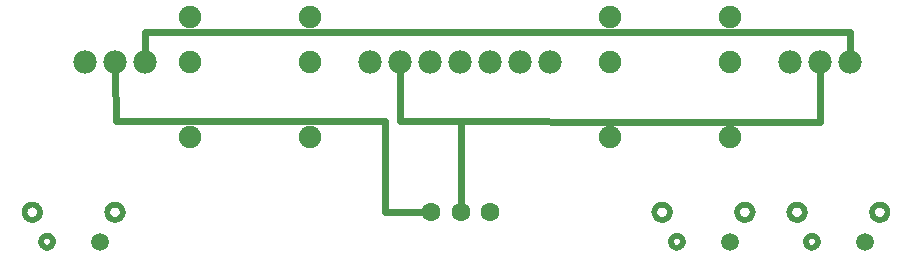
<source format=gbl>
G04 MADE WITH FRITZING*
G04 WWW.FRITZING.ORG*
G04 DOUBLE SIDED*
G04 HOLES PLATED*
G04 CONTOUR ON CENTER OF CONTOUR VECTOR*
%ASAXBY*%
%FSLAX23Y23*%
%MOIN*%
%OFA0B0*%
%SFA1.0B1.0*%
%ADD10C,0.062992*%
%ADD11C,0.075000*%
%ADD12C,0.078000*%
%ADD13C,0.059055*%
%ADD14C,0.024000*%
%ADD15R,0.001000X0.001000*%
%LNCOPPER0*%
G90*
G70*
G54D10*
X1671Y184D03*
X1474Y184D03*
X1572Y184D03*
G54D11*
X2071Y834D03*
X2471Y834D03*
G54D12*
X2871Y684D03*
X2771Y684D03*
X2671Y684D03*
X521Y684D03*
X421Y684D03*
X321Y684D03*
X1871Y684D03*
X1771Y684D03*
X1671Y684D03*
X1571Y684D03*
X1471Y684D03*
X1371Y684D03*
X1271Y684D03*
G54D11*
X671Y684D03*
X1071Y684D03*
X671Y834D03*
X1071Y834D03*
X671Y434D03*
X1071Y434D03*
X2071Y434D03*
X2471Y434D03*
X2071Y684D03*
X2471Y684D03*
G54D13*
X371Y84D03*
X2471Y84D03*
X2921Y84D03*
G54D14*
X520Y784D02*
X520Y715D01*
D02*
X2871Y784D02*
X520Y784D01*
D02*
X2871Y715D02*
X2871Y784D01*
D02*
X1572Y486D02*
X2170Y484D01*
D02*
X2170Y484D02*
X2621Y484D01*
D02*
X2770Y484D02*
X2770Y654D01*
D02*
X2621Y484D02*
X2770Y484D01*
D02*
X422Y486D02*
X869Y486D01*
D02*
X1321Y486D02*
X1321Y184D01*
D02*
X869Y486D02*
X1321Y486D01*
D02*
X1321Y184D02*
X1451Y184D01*
D02*
X421Y654D02*
X422Y486D01*
D02*
X1371Y486D02*
X1572Y486D01*
D02*
X1371Y654D02*
X1371Y486D01*
D02*
X1572Y486D02*
X1572Y207D01*
G54D15*
X137Y218D02*
X150Y218D01*
X413Y218D02*
X425Y218D01*
X2237Y218D02*
X2249Y218D01*
X2513Y218D02*
X2525Y218D01*
X2687Y218D02*
X2699Y218D01*
X2962Y218D02*
X2975Y218D01*
X134Y217D02*
X154Y217D01*
X409Y217D02*
X429Y217D01*
X2233Y217D02*
X2253Y217D01*
X2509Y217D02*
X2529Y217D01*
X2683Y217D02*
X2703Y217D01*
X2959Y217D02*
X2979Y217D01*
X131Y216D02*
X156Y216D01*
X406Y216D02*
X432Y216D01*
X2231Y216D02*
X2256Y216D01*
X2506Y216D02*
X2531Y216D01*
X2680Y216D02*
X2706Y216D01*
X2956Y216D02*
X2981Y216D01*
X129Y215D02*
X158Y215D01*
X404Y215D02*
X434Y215D01*
X2228Y215D02*
X2258Y215D01*
X2504Y215D02*
X2534Y215D01*
X2678Y215D02*
X2708Y215D01*
X2954Y215D02*
X2984Y215D01*
X127Y214D02*
X160Y214D01*
X402Y214D02*
X436Y214D01*
X2226Y214D02*
X2260Y214D01*
X2502Y214D02*
X2536Y214D01*
X2676Y214D02*
X2710Y214D01*
X2952Y214D02*
X2986Y214D01*
X125Y213D02*
X162Y213D01*
X401Y213D02*
X438Y213D01*
X2225Y213D02*
X2262Y213D01*
X2500Y213D02*
X2537Y213D01*
X2675Y213D02*
X2712Y213D01*
X2950Y213D02*
X2987Y213D01*
X123Y212D02*
X164Y212D01*
X399Y212D02*
X439Y212D01*
X2223Y212D02*
X2263Y212D01*
X2499Y212D02*
X2539Y212D01*
X2673Y212D02*
X2713Y212D01*
X2949Y212D02*
X2989Y212D01*
X122Y211D02*
X165Y211D01*
X398Y211D02*
X441Y211D01*
X2222Y211D02*
X2265Y211D01*
X2497Y211D02*
X2540Y211D01*
X2672Y211D02*
X2715Y211D01*
X2947Y211D02*
X2990Y211D01*
X121Y210D02*
X166Y210D01*
X396Y210D02*
X442Y210D01*
X2220Y210D02*
X2266Y210D01*
X2496Y210D02*
X2541Y210D01*
X2670Y210D02*
X2716Y210D01*
X2946Y210D02*
X2991Y210D01*
X120Y209D02*
X167Y209D01*
X395Y209D02*
X443Y209D01*
X2219Y209D02*
X2267Y209D01*
X2495Y209D02*
X2543Y209D01*
X2669Y209D02*
X2717Y209D01*
X2945Y209D02*
X2992Y209D01*
X119Y208D02*
X168Y208D01*
X394Y208D02*
X444Y208D01*
X2218Y208D02*
X2268Y208D01*
X2494Y208D02*
X2544Y208D01*
X2668Y208D02*
X2718Y208D01*
X2944Y208D02*
X2994Y208D01*
X118Y207D02*
X169Y207D01*
X393Y207D02*
X445Y207D01*
X2217Y207D02*
X2269Y207D01*
X2493Y207D02*
X2545Y207D01*
X2667Y207D02*
X2719Y207D01*
X2943Y207D02*
X2994Y207D01*
X117Y206D02*
X170Y206D01*
X392Y206D02*
X446Y206D01*
X2217Y206D02*
X2270Y206D01*
X2492Y206D02*
X2545Y206D01*
X2666Y206D02*
X2720Y206D01*
X2942Y206D02*
X2995Y206D01*
X116Y205D02*
X171Y205D01*
X392Y205D02*
X447Y205D01*
X2216Y205D02*
X2271Y205D01*
X2491Y205D02*
X2546Y205D01*
X2666Y205D02*
X2720Y205D01*
X2941Y205D02*
X2996Y205D01*
X115Y204D02*
X172Y204D01*
X391Y204D02*
X447Y204D01*
X2215Y204D02*
X2271Y204D01*
X2491Y204D02*
X2547Y204D01*
X2665Y204D02*
X2721Y204D01*
X2941Y204D02*
X2997Y204D01*
X115Y203D02*
X172Y203D01*
X390Y203D02*
X448Y203D01*
X2214Y203D02*
X2272Y203D01*
X2490Y203D02*
X2548Y203D01*
X2664Y203D02*
X2722Y203D01*
X2940Y203D02*
X2997Y203D01*
X114Y202D02*
X173Y202D01*
X390Y202D02*
X449Y202D01*
X2214Y202D02*
X2273Y202D01*
X2489Y202D02*
X2548Y202D01*
X2664Y202D02*
X2723Y202D01*
X2939Y202D02*
X2998Y202D01*
X114Y201D02*
X174Y201D01*
X389Y201D02*
X449Y201D01*
X2213Y201D02*
X2273Y201D01*
X2489Y201D02*
X2549Y201D01*
X2663Y201D02*
X2723Y201D01*
X2939Y201D02*
X2999Y201D01*
X113Y200D02*
X174Y200D01*
X389Y200D02*
X450Y200D01*
X2213Y200D02*
X2274Y200D01*
X2488Y200D02*
X2549Y200D01*
X2663Y200D02*
X2724Y200D01*
X2938Y200D02*
X2999Y200D01*
X113Y199D02*
X142Y199D01*
X145Y199D02*
X175Y199D01*
X388Y199D02*
X418Y199D01*
X420Y199D02*
X450Y199D01*
X2212Y199D02*
X2242Y199D01*
X2244Y199D02*
X2274Y199D01*
X2488Y199D02*
X2518Y199D01*
X2520Y199D02*
X2550Y199D01*
X2662Y199D02*
X2692Y199D01*
X2694Y199D02*
X2724Y199D01*
X2938Y199D02*
X2968Y199D01*
X2970Y199D02*
X3000Y199D01*
X112Y198D02*
X137Y198D01*
X150Y198D02*
X175Y198D01*
X388Y198D02*
X413Y198D01*
X426Y198D02*
X451Y198D01*
X2212Y198D02*
X2237Y198D01*
X2250Y198D02*
X2275Y198D01*
X2487Y198D02*
X2512Y198D01*
X2525Y198D02*
X2550Y198D01*
X2662Y198D02*
X2687Y198D01*
X2700Y198D02*
X2725Y198D01*
X2937Y198D02*
X2962Y198D01*
X2975Y198D02*
X3000Y198D01*
X112Y197D02*
X135Y197D01*
X152Y197D02*
X176Y197D01*
X387Y197D02*
X411Y197D01*
X428Y197D02*
X451Y197D01*
X2211Y197D02*
X2235Y197D01*
X2252Y197D02*
X2275Y197D01*
X2487Y197D02*
X2510Y197D01*
X2527Y197D02*
X2551Y197D01*
X2661Y197D02*
X2685Y197D01*
X2702Y197D02*
X2725Y197D01*
X2937Y197D02*
X2960Y197D01*
X2977Y197D02*
X3001Y197D01*
X111Y196D02*
X134Y196D01*
X153Y196D02*
X176Y196D01*
X387Y196D02*
X409Y196D01*
X429Y196D02*
X451Y196D01*
X2211Y196D02*
X2233Y196D01*
X2253Y196D02*
X2276Y196D01*
X2486Y196D02*
X2509Y196D01*
X2529Y196D02*
X2551Y196D01*
X2661Y196D02*
X2683Y196D01*
X2703Y196D02*
X2725Y196D01*
X2936Y196D02*
X2959Y196D01*
X2978Y196D02*
X3001Y196D01*
X111Y195D02*
X133Y195D01*
X155Y195D02*
X176Y195D01*
X386Y195D02*
X408Y195D01*
X430Y195D02*
X452Y195D01*
X2210Y195D02*
X2232Y195D01*
X2254Y195D02*
X2276Y195D01*
X2486Y195D02*
X2508Y195D01*
X2530Y195D02*
X2551Y195D01*
X2660Y195D02*
X2682Y195D01*
X2704Y195D02*
X2726Y195D01*
X2936Y195D02*
X2958Y195D01*
X2980Y195D02*
X3001Y195D01*
X110Y194D02*
X132Y194D01*
X156Y194D02*
X177Y194D01*
X386Y194D02*
X407Y194D01*
X431Y194D02*
X452Y194D01*
X2210Y194D02*
X2231Y194D01*
X2255Y194D02*
X2276Y194D01*
X2486Y194D02*
X2507Y194D01*
X2531Y194D02*
X2552Y194D01*
X2660Y194D02*
X2681Y194D01*
X2705Y194D02*
X2726Y194D01*
X2936Y194D02*
X2957Y194D01*
X2981Y194D02*
X3002Y194D01*
X110Y193D02*
X131Y193D01*
X156Y193D02*
X177Y193D01*
X386Y193D02*
X406Y193D01*
X432Y193D02*
X453Y193D01*
X2210Y193D02*
X2230Y193D01*
X2256Y193D02*
X2277Y193D01*
X2485Y193D02*
X2506Y193D01*
X2532Y193D02*
X2552Y193D01*
X2660Y193D02*
X2680Y193D01*
X2706Y193D02*
X2726Y193D01*
X2935Y193D02*
X2956Y193D01*
X2982Y193D02*
X3002Y193D01*
X110Y192D02*
X130Y192D01*
X157Y192D02*
X177Y192D01*
X385Y192D02*
X405Y192D01*
X433Y192D02*
X453Y192D01*
X2210Y192D02*
X2229Y192D01*
X2257Y192D02*
X2277Y192D01*
X2485Y192D02*
X2505Y192D01*
X2532Y192D02*
X2552Y192D01*
X2659Y192D02*
X2679Y192D01*
X2707Y192D02*
X2727Y192D01*
X2935Y192D02*
X2955Y192D01*
X2982Y192D02*
X3002Y192D01*
X110Y191D02*
X129Y191D01*
X158Y191D02*
X178Y191D01*
X385Y191D02*
X405Y191D01*
X433Y191D02*
X453Y191D01*
X2209Y191D02*
X2229Y191D01*
X2258Y191D02*
X2277Y191D01*
X2485Y191D02*
X2504Y191D01*
X2533Y191D02*
X2553Y191D01*
X2659Y191D02*
X2679Y191D01*
X2707Y191D02*
X2727Y191D01*
X2935Y191D02*
X2954Y191D01*
X2983Y191D02*
X3003Y191D01*
X109Y190D02*
X129Y190D01*
X158Y190D02*
X178Y190D01*
X385Y190D02*
X404Y190D01*
X434Y190D02*
X453Y190D01*
X2209Y190D02*
X2228Y190D01*
X2258Y190D02*
X2277Y190D01*
X2485Y190D02*
X2504Y190D01*
X2534Y190D02*
X2553Y190D01*
X2659Y190D02*
X2678Y190D01*
X2708Y190D02*
X2727Y190D01*
X2934Y190D02*
X2954Y190D01*
X2984Y190D02*
X3003Y190D01*
X109Y189D02*
X128Y189D01*
X159Y189D02*
X178Y189D01*
X385Y189D02*
X404Y189D01*
X434Y189D02*
X453Y189D01*
X2209Y189D02*
X2228Y189D01*
X2259Y189D02*
X2278Y189D01*
X2484Y189D02*
X2503Y189D01*
X2534Y189D02*
X2553Y189D01*
X2659Y189D02*
X2678Y189D01*
X2708Y189D02*
X2727Y189D01*
X2934Y189D02*
X2953Y189D01*
X2984Y189D02*
X3003Y189D01*
X109Y188D02*
X128Y188D01*
X159Y188D02*
X178Y188D01*
X385Y188D02*
X404Y188D01*
X435Y188D02*
X454Y188D01*
X2209Y188D02*
X2228Y188D01*
X2259Y188D02*
X2278Y188D01*
X2484Y188D02*
X2503Y188D01*
X2534Y188D02*
X2553Y188D01*
X2659Y188D02*
X2678Y188D01*
X2709Y188D02*
X2728Y188D01*
X2934Y188D02*
X2953Y188D01*
X2984Y188D02*
X3003Y188D01*
X109Y187D02*
X128Y187D01*
X159Y187D02*
X178Y187D01*
X384Y187D02*
X403Y187D01*
X435Y187D02*
X454Y187D01*
X2209Y187D02*
X2227Y187D01*
X2259Y187D02*
X2278Y187D01*
X2484Y187D02*
X2503Y187D01*
X2535Y187D02*
X2553Y187D01*
X2658Y187D02*
X2677Y187D01*
X2709Y187D02*
X2728Y187D01*
X2934Y187D02*
X2953Y187D01*
X2985Y187D02*
X3003Y187D01*
X109Y186D02*
X128Y186D01*
X160Y186D02*
X178Y186D01*
X384Y186D02*
X403Y186D01*
X435Y186D02*
X454Y186D01*
X2208Y186D02*
X2227Y186D01*
X2259Y186D02*
X2278Y186D01*
X2484Y186D02*
X2503Y186D01*
X2535Y186D02*
X2554Y186D01*
X2658Y186D02*
X2677Y186D01*
X2709Y186D02*
X2728Y186D01*
X2934Y186D02*
X2953Y186D01*
X2985Y186D02*
X3003Y186D01*
X109Y185D02*
X127Y185D01*
X160Y185D02*
X178Y185D01*
X384Y185D02*
X403Y185D01*
X435Y185D02*
X454Y185D01*
X2208Y185D02*
X2227Y185D01*
X2259Y185D02*
X2278Y185D01*
X2484Y185D02*
X2503Y185D01*
X2535Y185D02*
X2554Y185D01*
X2658Y185D02*
X2677Y185D01*
X2709Y185D02*
X2728Y185D01*
X2934Y185D02*
X2953Y185D01*
X2985Y185D02*
X3003Y185D01*
X109Y184D02*
X127Y184D01*
X160Y184D02*
X178Y184D01*
X384Y184D02*
X403Y184D01*
X435Y184D02*
X454Y184D01*
X2208Y184D02*
X2227Y184D01*
X2259Y184D02*
X2278Y184D01*
X2484Y184D02*
X2503Y184D01*
X2535Y184D02*
X2554Y184D01*
X2658Y184D02*
X2677Y184D01*
X2709Y184D02*
X2728Y184D01*
X2934Y184D02*
X2952Y184D01*
X2985Y184D02*
X3004Y184D01*
X109Y183D02*
X127Y183D01*
X160Y183D02*
X178Y183D01*
X384Y183D02*
X403Y183D01*
X435Y183D02*
X454Y183D01*
X2208Y183D02*
X2227Y183D01*
X2259Y183D02*
X2278Y183D01*
X2484Y183D02*
X2503Y183D01*
X2535Y183D02*
X2554Y183D01*
X2658Y183D02*
X2677Y183D01*
X2709Y183D02*
X2728Y183D01*
X2934Y183D02*
X2952Y183D01*
X2985Y183D02*
X3004Y183D01*
X109Y182D02*
X127Y182D01*
X160Y182D02*
X178Y182D01*
X384Y182D02*
X403Y182D01*
X435Y182D02*
X454Y182D01*
X2208Y182D02*
X2227Y182D01*
X2259Y182D02*
X2278Y182D01*
X2484Y182D02*
X2503Y182D01*
X2535Y182D02*
X2554Y182D01*
X2658Y182D02*
X2677Y182D01*
X2709Y182D02*
X2728Y182D01*
X2934Y182D02*
X2953Y182D01*
X2985Y182D02*
X3003Y182D01*
X109Y181D02*
X128Y181D01*
X160Y181D02*
X178Y181D01*
X384Y181D02*
X403Y181D01*
X435Y181D02*
X454Y181D01*
X2208Y181D02*
X2227Y181D01*
X2259Y181D02*
X2278Y181D01*
X2484Y181D02*
X2503Y181D01*
X2535Y181D02*
X2554Y181D01*
X2658Y181D02*
X2677Y181D01*
X2709Y181D02*
X2728Y181D01*
X2934Y181D02*
X2953Y181D01*
X2985Y181D02*
X3003Y181D01*
X109Y180D02*
X128Y180D01*
X160Y180D02*
X178Y180D01*
X384Y180D02*
X403Y180D01*
X435Y180D02*
X454Y180D01*
X2208Y180D02*
X2227Y180D01*
X2259Y180D02*
X2278Y180D01*
X2484Y180D02*
X2503Y180D01*
X2535Y180D02*
X2553Y180D01*
X2658Y180D02*
X2677Y180D01*
X2709Y180D02*
X2728Y180D01*
X2934Y180D02*
X2953Y180D01*
X2985Y180D02*
X3003Y180D01*
X109Y179D02*
X128Y179D01*
X159Y179D02*
X178Y179D01*
X385Y179D02*
X403Y179D01*
X435Y179D02*
X454Y179D01*
X2209Y179D02*
X2227Y179D01*
X2259Y179D02*
X2278Y179D01*
X2484Y179D02*
X2503Y179D01*
X2534Y179D02*
X2553Y179D01*
X2659Y179D02*
X2677Y179D01*
X2709Y179D02*
X2728Y179D01*
X2934Y179D02*
X2953Y179D01*
X2984Y179D02*
X3003Y179D01*
X109Y178D02*
X128Y178D01*
X159Y178D02*
X178Y178D01*
X385Y178D02*
X404Y178D01*
X435Y178D02*
X454Y178D01*
X2209Y178D02*
X2228Y178D01*
X2259Y178D02*
X2278Y178D01*
X2484Y178D02*
X2503Y178D01*
X2534Y178D02*
X2553Y178D01*
X2659Y178D02*
X2678Y178D01*
X2709Y178D02*
X2728Y178D01*
X2934Y178D02*
X2953Y178D01*
X2984Y178D02*
X3003Y178D01*
X109Y177D02*
X129Y177D01*
X159Y177D02*
X178Y177D01*
X385Y177D02*
X404Y177D01*
X434Y177D02*
X453Y177D01*
X2209Y177D02*
X2228Y177D01*
X2258Y177D02*
X2277Y177D01*
X2484Y177D02*
X2504Y177D01*
X2534Y177D02*
X2553Y177D01*
X2659Y177D02*
X2678Y177D01*
X2708Y177D02*
X2727Y177D01*
X2934Y177D02*
X2954Y177D01*
X2984Y177D02*
X3003Y177D01*
X110Y176D02*
X129Y176D01*
X158Y176D02*
X178Y176D01*
X385Y176D02*
X405Y176D01*
X434Y176D02*
X453Y176D01*
X2209Y176D02*
X2229Y176D01*
X2258Y176D02*
X2277Y176D01*
X2485Y176D02*
X2504Y176D01*
X2533Y176D02*
X2553Y176D01*
X2659Y176D02*
X2679Y176D01*
X2708Y176D02*
X2727Y176D01*
X2935Y176D02*
X2954Y176D01*
X2983Y176D02*
X3003Y176D01*
X110Y175D02*
X130Y175D01*
X158Y175D02*
X177Y175D01*
X385Y175D02*
X405Y175D01*
X433Y175D02*
X453Y175D01*
X2209Y175D02*
X2229Y175D01*
X2257Y175D02*
X2277Y175D01*
X2485Y175D02*
X2505Y175D01*
X2533Y175D02*
X2552Y175D01*
X2659Y175D02*
X2679Y175D01*
X2707Y175D02*
X2727Y175D01*
X2935Y175D02*
X2955Y175D01*
X2983Y175D02*
X3002Y175D01*
X110Y174D02*
X130Y174D01*
X157Y174D02*
X177Y174D01*
X386Y174D02*
X406Y174D01*
X432Y174D02*
X453Y174D01*
X2210Y174D02*
X2230Y174D01*
X2256Y174D02*
X2277Y174D01*
X2485Y174D02*
X2506Y174D01*
X2532Y174D02*
X2552Y174D01*
X2660Y174D02*
X2680Y174D01*
X2706Y174D02*
X2727Y174D01*
X2935Y174D02*
X2955Y174D01*
X2982Y174D02*
X3002Y174D01*
X110Y173D02*
X131Y173D01*
X156Y173D02*
X177Y173D01*
X386Y173D02*
X407Y173D01*
X431Y173D02*
X452Y173D01*
X2210Y173D02*
X2231Y173D01*
X2255Y173D02*
X2276Y173D01*
X2486Y173D02*
X2506Y173D01*
X2531Y173D02*
X2552Y173D01*
X2660Y173D02*
X2681Y173D01*
X2705Y173D02*
X2726Y173D01*
X2935Y173D02*
X2956Y173D01*
X2981Y173D02*
X3002Y173D01*
X111Y172D02*
X132Y172D01*
X155Y172D02*
X176Y172D01*
X386Y172D02*
X408Y172D01*
X431Y172D02*
X452Y172D01*
X2210Y172D02*
X2232Y172D01*
X2255Y172D02*
X2276Y172D01*
X2486Y172D02*
X2507Y172D01*
X2530Y172D02*
X2552Y172D01*
X2660Y172D02*
X2682Y172D01*
X2704Y172D02*
X2726Y172D01*
X2936Y172D02*
X2957Y172D01*
X2980Y172D02*
X3001Y172D01*
X111Y171D02*
X133Y171D01*
X154Y171D02*
X176Y171D01*
X387Y171D02*
X409Y171D01*
X429Y171D02*
X452Y171D01*
X2211Y171D02*
X2233Y171D01*
X2253Y171D02*
X2276Y171D01*
X2486Y171D02*
X2509Y171D01*
X2529Y171D02*
X2551Y171D01*
X2661Y171D02*
X2683Y171D01*
X2703Y171D02*
X2726Y171D01*
X2936Y171D02*
X2958Y171D01*
X2979Y171D02*
X3001Y171D01*
X111Y170D02*
X135Y170D01*
X153Y170D02*
X176Y170D01*
X387Y170D02*
X410Y170D01*
X428Y170D02*
X451Y170D01*
X2211Y170D02*
X2234Y170D01*
X2252Y170D02*
X2275Y170D01*
X2487Y170D02*
X2510Y170D01*
X2528Y170D02*
X2551Y170D01*
X2661Y170D02*
X2684Y170D01*
X2702Y170D02*
X2725Y170D01*
X2937Y170D02*
X2960Y170D01*
X2978Y170D02*
X3001Y170D01*
X112Y169D02*
X136Y169D01*
X151Y169D02*
X175Y169D01*
X387Y169D02*
X412Y169D01*
X426Y169D02*
X451Y169D01*
X2212Y169D02*
X2236Y169D01*
X2250Y169D02*
X2275Y169D01*
X2487Y169D02*
X2511Y169D01*
X2526Y169D02*
X2550Y169D01*
X2661Y169D02*
X2686Y169D01*
X2700Y169D02*
X2725Y169D01*
X2937Y169D02*
X2961Y169D01*
X2976Y169D02*
X3000Y169D01*
X112Y168D02*
X139Y168D01*
X148Y168D02*
X175Y168D01*
X388Y168D02*
X415Y168D01*
X424Y168D02*
X450Y168D01*
X2212Y168D02*
X2239Y168D01*
X2248Y168D02*
X2274Y168D01*
X2488Y168D02*
X2514Y168D01*
X2523Y168D02*
X2550Y168D01*
X2662Y168D02*
X2689Y168D01*
X2697Y168D02*
X2724Y168D01*
X2937Y168D02*
X2964Y168D01*
X2973Y168D02*
X3000Y168D01*
X113Y167D02*
X174Y167D01*
X388Y167D02*
X450Y167D01*
X2212Y167D02*
X2274Y167D01*
X2488Y167D02*
X2549Y167D01*
X2662Y167D02*
X2724Y167D01*
X2938Y167D02*
X2999Y167D01*
X113Y166D02*
X174Y166D01*
X389Y166D02*
X449Y166D01*
X2213Y166D02*
X2273Y166D01*
X2489Y166D02*
X2549Y166D01*
X2663Y166D02*
X2723Y166D01*
X2938Y166D02*
X2999Y166D01*
X114Y165D02*
X173Y165D01*
X390Y165D02*
X449Y165D01*
X2214Y165D02*
X2273Y165D01*
X2489Y165D02*
X2548Y165D01*
X2663Y165D02*
X2723Y165D01*
X2939Y165D02*
X2998Y165D01*
X115Y164D02*
X173Y164D01*
X390Y164D02*
X448Y164D01*
X2214Y164D02*
X2272Y164D01*
X2490Y164D02*
X2548Y164D01*
X2664Y164D02*
X2722Y164D01*
X2940Y164D02*
X2998Y164D01*
X115Y163D02*
X172Y163D01*
X391Y163D02*
X448Y163D01*
X2215Y163D02*
X2272Y163D01*
X2490Y163D02*
X2547Y163D01*
X2665Y163D02*
X2721Y163D01*
X2940Y163D02*
X2997Y163D01*
X116Y162D02*
X171Y162D01*
X391Y162D02*
X447Y162D01*
X2216Y162D02*
X2271Y162D01*
X2491Y162D02*
X2546Y162D01*
X2665Y162D02*
X2721Y162D01*
X2941Y162D02*
X2996Y162D01*
X117Y161D02*
X171Y161D01*
X392Y161D02*
X446Y161D01*
X2216Y161D02*
X2270Y161D01*
X2492Y161D02*
X2546Y161D01*
X2666Y161D02*
X2720Y161D01*
X2942Y161D02*
X2996Y161D01*
X118Y160D02*
X170Y160D01*
X393Y160D02*
X445Y160D01*
X2217Y160D02*
X2269Y160D01*
X2493Y160D02*
X2545Y160D01*
X2667Y160D02*
X2719Y160D01*
X2943Y160D02*
X2995Y160D01*
X118Y159D02*
X169Y159D01*
X394Y159D02*
X444Y159D01*
X2218Y159D02*
X2268Y159D01*
X2494Y159D02*
X2544Y159D01*
X2668Y159D02*
X2718Y159D01*
X2943Y159D02*
X2994Y159D01*
X119Y158D02*
X168Y158D01*
X395Y158D02*
X443Y158D01*
X2219Y158D02*
X2267Y158D01*
X2494Y158D02*
X2543Y158D01*
X2669Y158D02*
X2717Y158D01*
X2944Y158D02*
X2993Y158D01*
X120Y157D02*
X167Y157D01*
X396Y157D02*
X442Y157D01*
X2220Y157D02*
X2266Y157D01*
X2496Y157D02*
X2542Y157D01*
X2670Y157D02*
X2716Y157D01*
X2946Y157D02*
X2992Y157D01*
X122Y156D02*
X166Y156D01*
X397Y156D02*
X441Y156D01*
X2221Y156D02*
X2265Y156D01*
X2497Y156D02*
X2541Y156D01*
X2671Y156D02*
X2715Y156D01*
X2947Y156D02*
X2991Y156D01*
X123Y155D02*
X164Y155D01*
X399Y155D02*
X440Y155D01*
X2223Y155D02*
X2264Y155D01*
X2498Y155D02*
X2539Y155D01*
X2673Y155D02*
X2714Y155D01*
X2948Y155D02*
X2989Y155D01*
X124Y154D02*
X163Y154D01*
X400Y154D02*
X438Y154D01*
X2224Y154D02*
X2262Y154D01*
X2500Y154D02*
X2538Y154D01*
X2674Y154D02*
X2712Y154D01*
X2949Y154D02*
X2988Y154D01*
X126Y153D02*
X161Y153D01*
X402Y153D02*
X437Y153D01*
X2226Y153D02*
X2261Y153D01*
X2501Y153D02*
X2536Y153D01*
X2676Y153D02*
X2711Y153D01*
X2951Y153D02*
X2986Y153D01*
X128Y152D02*
X159Y152D01*
X404Y152D02*
X435Y152D01*
X2228Y152D02*
X2259Y152D01*
X2503Y152D02*
X2534Y152D01*
X2677Y152D02*
X2709Y152D01*
X2953Y152D02*
X2984Y152D01*
X130Y151D02*
X157Y151D01*
X406Y151D02*
X433Y151D01*
X2230Y151D02*
X2257Y151D01*
X2505Y151D02*
X2532Y151D01*
X2680Y151D02*
X2707Y151D01*
X2955Y151D02*
X2982Y151D01*
X133Y150D02*
X154Y150D01*
X408Y150D02*
X430Y150D01*
X2232Y150D02*
X2254Y150D01*
X2508Y150D02*
X2530Y150D01*
X2682Y150D02*
X2704Y150D01*
X2958Y150D02*
X2980Y150D01*
X136Y149D02*
X151Y149D01*
X412Y149D02*
X427Y149D01*
X2236Y149D02*
X2251Y149D01*
X2511Y149D02*
X2526Y149D01*
X2685Y149D02*
X2701Y149D01*
X2961Y149D02*
X2976Y149D01*
X142Y148D02*
X145Y148D01*
X418Y148D02*
X420Y148D01*
X2242Y148D02*
X2244Y148D01*
X2518Y148D02*
X2520Y148D01*
X2692Y148D02*
X2694Y148D01*
X2968Y148D02*
X2970Y148D01*
X189Y114D02*
X197Y114D01*
X2288Y114D02*
X2296Y114D01*
X2738Y114D02*
X2746Y114D01*
X185Y113D02*
X201Y113D01*
X2284Y113D02*
X2300Y113D01*
X2734Y113D02*
X2750Y113D01*
X182Y112D02*
X204Y112D01*
X2282Y112D02*
X2303Y112D01*
X2732Y112D02*
X2753Y112D01*
X180Y111D02*
X206Y111D01*
X2279Y111D02*
X2305Y111D01*
X2729Y111D02*
X2755Y111D01*
X178Y110D02*
X208Y110D01*
X2278Y110D02*
X2307Y110D01*
X2728Y110D02*
X2757Y110D01*
X176Y109D02*
X209Y109D01*
X2276Y109D02*
X2309Y109D01*
X2726Y109D02*
X2759Y109D01*
X175Y108D02*
X211Y108D01*
X2275Y108D02*
X2310Y108D01*
X2725Y108D02*
X2760Y108D01*
X174Y107D02*
X212Y107D01*
X2273Y107D02*
X2311Y107D01*
X2723Y107D02*
X2761Y107D01*
X173Y106D02*
X213Y106D01*
X2272Y106D02*
X2313Y106D01*
X2722Y106D02*
X2762Y106D01*
X172Y105D02*
X214Y105D01*
X2271Y105D02*
X2313Y105D01*
X2721Y105D02*
X2763Y105D01*
X171Y104D02*
X215Y104D01*
X2270Y104D02*
X2314Y104D01*
X2720Y104D02*
X2764Y104D01*
X170Y103D02*
X216Y103D01*
X2270Y103D02*
X2315Y103D01*
X2720Y103D02*
X2765Y103D01*
X169Y102D02*
X216Y102D01*
X2269Y102D02*
X2316Y102D01*
X2719Y102D02*
X2766Y102D01*
X169Y101D02*
X217Y101D01*
X2268Y101D02*
X2316Y101D01*
X2718Y101D02*
X2766Y101D01*
X168Y100D02*
X217Y100D01*
X2268Y100D02*
X2317Y100D01*
X2718Y100D02*
X2767Y100D01*
X168Y99D02*
X218Y99D01*
X2267Y99D02*
X2318Y99D01*
X2717Y99D02*
X2768Y99D01*
X167Y98D02*
X219Y98D01*
X2267Y98D02*
X2318Y98D01*
X2717Y98D02*
X2768Y98D01*
X167Y97D02*
X219Y97D01*
X2266Y97D02*
X2319Y97D01*
X2716Y97D02*
X2769Y97D01*
X166Y96D02*
X219Y96D01*
X2266Y96D02*
X2319Y96D01*
X2716Y96D02*
X2769Y96D01*
X166Y95D02*
X220Y95D01*
X2265Y95D02*
X2319Y95D01*
X2715Y95D02*
X2769Y95D01*
X165Y94D02*
X188Y94D01*
X198Y94D02*
X220Y94D01*
X2265Y94D02*
X2288Y94D01*
X2297Y94D02*
X2320Y94D01*
X2715Y94D02*
X2737Y94D01*
X2747Y94D02*
X2770Y94D01*
X165Y93D02*
X186Y93D01*
X199Y93D02*
X221Y93D01*
X2265Y93D02*
X2286Y93D01*
X2299Y93D02*
X2320Y93D01*
X2715Y93D02*
X2736Y93D01*
X2749Y93D02*
X2770Y93D01*
X165Y92D02*
X185Y92D01*
X200Y92D02*
X221Y92D01*
X2264Y92D02*
X2285Y92D01*
X2300Y92D02*
X2320Y92D01*
X2714Y92D02*
X2735Y92D01*
X2750Y92D02*
X2770Y92D01*
X165Y91D02*
X184Y91D01*
X201Y91D02*
X221Y91D01*
X2264Y91D02*
X2284Y91D01*
X2301Y91D02*
X2321Y91D01*
X2714Y91D02*
X2734Y91D01*
X2751Y91D02*
X2771Y91D01*
X164Y90D02*
X184Y90D01*
X202Y90D02*
X221Y90D01*
X2264Y90D02*
X2283Y90D01*
X2302Y90D02*
X2321Y90D01*
X2714Y90D02*
X2733Y90D01*
X2751Y90D02*
X2771Y90D01*
X164Y89D02*
X183Y89D01*
X203Y89D02*
X221Y89D01*
X2264Y89D02*
X2283Y89D01*
X2302Y89D02*
X2321Y89D01*
X2714Y89D02*
X2733Y89D01*
X2752Y89D02*
X2771Y89D01*
X164Y88D02*
X183Y88D01*
X203Y88D02*
X222Y88D01*
X2264Y88D02*
X2282Y88D01*
X2302Y88D02*
X2321Y88D01*
X2713Y88D02*
X2732Y88D01*
X2752Y88D02*
X2771Y88D01*
X164Y87D02*
X182Y87D01*
X203Y87D02*
X222Y87D01*
X2263Y87D02*
X2282Y87D01*
X2303Y87D02*
X2321Y87D01*
X2713Y87D02*
X2732Y87D01*
X2753Y87D02*
X2771Y87D01*
X164Y86D02*
X182Y86D01*
X203Y86D02*
X222Y86D01*
X2263Y86D02*
X2282Y86D01*
X2303Y86D02*
X2321Y86D01*
X2713Y86D02*
X2732Y86D01*
X2753Y86D02*
X2771Y86D01*
X164Y85D02*
X182Y85D01*
X203Y85D02*
X222Y85D01*
X2263Y85D02*
X2282Y85D01*
X2303Y85D02*
X2321Y85D01*
X2713Y85D02*
X2732Y85D01*
X2753Y85D02*
X2771Y85D01*
X164Y84D02*
X182Y84D01*
X203Y84D02*
X222Y84D01*
X2263Y84D02*
X2282Y84D01*
X2303Y84D02*
X2321Y84D01*
X2713Y84D02*
X2732Y84D01*
X2753Y84D02*
X2771Y84D01*
X164Y83D02*
X182Y83D01*
X203Y83D02*
X222Y83D01*
X2263Y83D02*
X2282Y83D01*
X2303Y83D02*
X2321Y83D01*
X2713Y83D02*
X2732Y83D01*
X2753Y83D02*
X2771Y83D01*
X164Y82D02*
X183Y82D01*
X203Y82D02*
X222Y82D01*
X2264Y82D02*
X2282Y82D01*
X2302Y82D02*
X2321Y82D01*
X2713Y82D02*
X2732Y82D01*
X2752Y82D02*
X2771Y82D01*
X164Y81D02*
X183Y81D01*
X203Y81D02*
X221Y81D01*
X2264Y81D02*
X2283Y81D01*
X2302Y81D02*
X2321Y81D01*
X2714Y81D02*
X2733Y81D01*
X2752Y81D02*
X2771Y81D01*
X164Y80D02*
X184Y80D01*
X202Y80D02*
X221Y80D01*
X2264Y80D02*
X2283Y80D01*
X2302Y80D02*
X2321Y80D01*
X2714Y80D02*
X2733Y80D01*
X2752Y80D02*
X2771Y80D01*
X164Y79D02*
X184Y79D01*
X201Y79D02*
X221Y79D01*
X2264Y79D02*
X2284Y79D01*
X2301Y79D02*
X2321Y79D01*
X2714Y79D02*
X2734Y79D01*
X2751Y79D02*
X2771Y79D01*
X165Y78D02*
X185Y78D01*
X200Y78D02*
X221Y78D01*
X2264Y78D02*
X2285Y78D01*
X2300Y78D02*
X2320Y78D01*
X2714Y78D02*
X2735Y78D01*
X2750Y78D02*
X2770Y78D01*
X165Y77D02*
X186Y77D01*
X199Y77D02*
X221Y77D01*
X2265Y77D02*
X2286Y77D01*
X2299Y77D02*
X2320Y77D01*
X2715Y77D02*
X2736Y77D01*
X2749Y77D02*
X2770Y77D01*
X165Y76D02*
X188Y76D01*
X198Y76D02*
X220Y76D01*
X2265Y76D02*
X2287Y76D01*
X2298Y76D02*
X2320Y76D01*
X2715Y76D02*
X2737Y76D01*
X2747Y76D02*
X2770Y76D01*
X166Y75D02*
X220Y75D01*
X2265Y75D02*
X2319Y75D01*
X2715Y75D02*
X2769Y75D01*
X166Y74D02*
X220Y74D01*
X2266Y74D02*
X2319Y74D01*
X2716Y74D02*
X2769Y74D01*
X167Y73D02*
X219Y73D01*
X2266Y73D02*
X2319Y73D01*
X2716Y73D02*
X2769Y73D01*
X167Y72D02*
X219Y72D01*
X2267Y72D02*
X2318Y72D01*
X2716Y72D02*
X2768Y72D01*
X167Y71D02*
X218Y71D01*
X2267Y71D02*
X2318Y71D01*
X2717Y71D02*
X2768Y71D01*
X168Y70D02*
X218Y70D01*
X2268Y70D02*
X2317Y70D01*
X2718Y70D02*
X2767Y70D01*
X169Y69D02*
X217Y69D01*
X2268Y69D02*
X2317Y69D01*
X2718Y69D02*
X2766Y69D01*
X169Y68D02*
X216Y68D01*
X2269Y68D02*
X2316Y68D01*
X2719Y68D02*
X2766Y68D01*
X170Y67D02*
X216Y67D01*
X2270Y67D02*
X2315Y67D01*
X2719Y67D02*
X2765Y67D01*
X171Y66D02*
X215Y66D01*
X2270Y66D02*
X2314Y66D01*
X2720Y66D02*
X2764Y66D01*
X172Y65D02*
X214Y65D01*
X2271Y65D02*
X2314Y65D01*
X2721Y65D02*
X2764Y65D01*
X172Y64D02*
X213Y64D01*
X2272Y64D02*
X2313Y64D01*
X2722Y64D02*
X2763Y64D01*
X174Y63D02*
X212Y63D01*
X2273Y63D02*
X2312Y63D01*
X2723Y63D02*
X2762Y63D01*
X175Y62D02*
X211Y62D01*
X2274Y62D02*
X2310Y62D01*
X2724Y62D02*
X2760Y62D01*
X176Y61D02*
X209Y61D01*
X2276Y61D02*
X2309Y61D01*
X2726Y61D02*
X2759Y61D01*
X178Y60D02*
X208Y60D01*
X2277Y60D02*
X2307Y60D01*
X2727Y60D02*
X2757Y60D01*
X180Y59D02*
X206Y59D01*
X2279Y59D02*
X2306Y59D01*
X2729Y59D02*
X2756Y59D01*
X182Y58D02*
X204Y58D01*
X2281Y58D02*
X2304Y58D01*
X2731Y58D02*
X2753Y58D01*
X184Y57D02*
X201Y57D01*
X2284Y57D02*
X2301Y57D01*
X2734Y57D02*
X2751Y57D01*
X188Y56D02*
X198Y56D01*
X2288Y56D02*
X2297Y56D01*
X2737Y56D02*
X2747Y56D01*
D02*
G04 End of Copper0*
M02*
</source>
